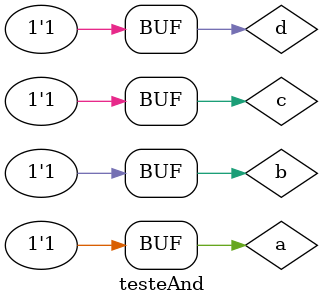
<source format=v>


module portaAnd (output s, input a, input b, input c,input d );
assign s = a & b & c & d;

endmodule

module portaAnd1 (output s1, input a1, input b1);
assign s1= a1& b1;

endmodule



//-- criar teste de module
module testeAnd;

//--definir os dados
reg a, b, c, d, a1, b1, c1, d1;
wire s, s1, s2, s3;

//--criar porta
portaAnd and1 (s, a, b, c, d );
portaAnd1 and2 (s1, a1, b1);
portaAnd1 and3 (s2, c1, d1);
portaAnd1 and4 (s3, s1, s2);

//--prepara execução

initial begin: start
a=0; b=0; c=0; d=0;
end

//-- inicia execução
initial begin 

#1 $display ("guia0109 - Felipe Barros - 376508");
#1 $display ("tabela verdade de porta and com 4 entradas e outro modulo com 2 entradas se and");
#1 $display ("a & b & c & d = s ");
#1 $monitor ("%b   %b   %b   %b   %b", a, b, c, d, s);
#1 a=0; b=0; c=0; d=0;
#1 a=0; b=0; c=0; d=1;
#1 a=0; b=0; c=1; d=0;
#1 a=0; b=0; c=1; d=1;
#1 a=0; b=1; c=0; d=0;
#1 a=0; b=1; c=0; d=1;
#1 a=0; b=1; c=1; d=0;
#1 a=0; b=1; c=1; d=1;
#1 a=1; b=0; c=0; d=0;
#1 a=1; b=0; c=0; d=1;
#1 a=1; b=0; c=1; d=0;
#1 a=1; b=0; c=1; d=1;
#1 a=1; b=1; c=0; d=0;
#1 a=1; b=1; c=0; d=1;
#1 a=1; b=1; c=1; d=0;
#1 a=1; b=1; c=1; d=1;

end //-- fim de execução

endmodule //-- fim de teste de module

</source>
